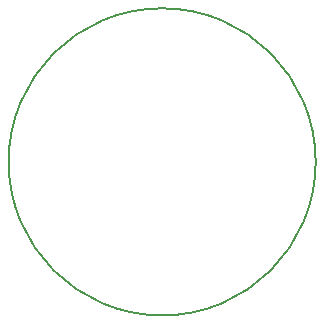
<source format=gbs>
G04 #@! TF.GenerationSoftware,KiCad,Pcbnew,(5.1.2)-2*
G04 #@! TF.CreationDate,2019-08-09T03:14:28-07:00*
G04 #@! TF.ProjectId,noncontact_electrode,6e6f6e63-6f6e-4746-9163-745f656c6563,rev?*
G04 #@! TF.SameCoordinates,Original*
G04 #@! TF.FileFunction,Soldermask,Bot*
G04 #@! TF.FilePolarity,Negative*
%FSLAX46Y46*%
G04 Gerber Fmt 4.6, Leading zero omitted, Abs format (unit mm)*
G04 Created by KiCad (PCBNEW (5.1.2)-2) date 2019-08-09 03:14:28*
%MOMM*%
%LPD*%
G04 APERTURE LIST*
%ADD10C,0.150000*%
G04 APERTURE END LIST*
D10*
X113000000Y-100000000D02*
G75*
G03X113000000Y-100000000I-13000000J0D01*
G01*
M02*

</source>
